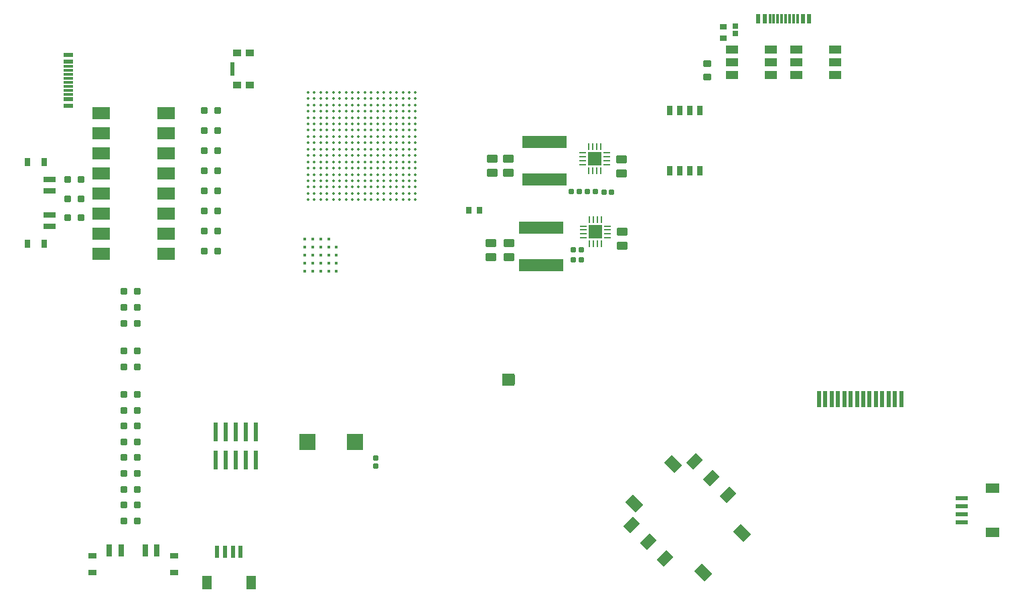
<source format=gtp>
G04*
G04 #@! TF.GenerationSoftware,Altium Limited,Altium Designer,23.11.1 (41)*
G04*
G04 Layer_Color=8421504*
%FSLAX44Y44*%
%MOMM*%
G71*
G04*
G04 #@! TF.SameCoordinates,077C3239-A6FD-4C8A-B69B-129F227AD62B*
G04*
G04*
G04 #@! TF.FilePolarity,Positive*
G04*
G01*
G75*
%ADD23R,1.6000X1.6000*%
%ADD24R,1.5000X0.7000*%
%ADD25R,0.8000X1.0000*%
%ADD26R,0.5001X2.0000*%
%ADD27R,2.1600X1.5200*%
G04:AMPARAMS|DCode=28|XSize=0.8mm|YSize=0.8mm|CornerRadius=0.1mm|HoleSize=0mm|Usage=FLASHONLY|Rotation=180.000|XOffset=0mm|YOffset=0mm|HoleType=Round|Shape=RoundedRectangle|*
%AMROUNDEDRECTD28*
21,1,0.8000,0.6000,0,0,180.0*
21,1,0.6000,0.8000,0,0,180.0*
1,1,0.2000,-0.3000,0.3000*
1,1,0.2000,0.3000,0.3000*
1,1,0.2000,0.3000,-0.3000*
1,1,0.2000,-0.3000,-0.3000*
%
%ADD28ROUNDEDRECTD28*%
%ADD29C,0.3500*%
%ADD30R,1.5000X1.0000*%
%ADD31R,0.6000X1.1500*%
%ADD32R,0.6400X0.6400*%
%ADD33R,0.9500X0.7500*%
%ADD34R,0.7600X1.2700*%
%ADD35R,1.8000X1.8000*%
%ADD36O,0.9000X0.2500*%
G04:AMPARAMS|DCode=37|XSize=1.4mm|YSize=1mm|CornerRadius=0.125mm|HoleSize=0mm|Usage=FLASHONLY|Rotation=0.000|XOffset=0mm|YOffset=0mm|HoleType=Round|Shape=RoundedRectangle|*
%AMROUNDEDRECTD37*
21,1,1.4000,0.7500,0,0,0.0*
21,1,1.1500,1.0000,0,0,0.0*
1,1,0.2500,0.5750,-0.3750*
1,1,0.2500,-0.5750,-0.3750*
1,1,0.2500,-0.5750,0.3750*
1,1,0.2500,0.5750,0.3750*
%
%ADD37ROUNDEDRECTD37*%
%ADD38O,0.2500X0.9000*%
%ADD39R,1.5500X0.6000*%
G04:AMPARAMS|DCode=40|XSize=1.9mm|YSize=1.4mm|CornerRadius=0mm|HoleSize=0mm|Usage=FLASHONLY|Rotation=135.000|XOffset=0mm|YOffset=0mm|HoleType=Round|Shape=Rectangle|*
%AMROTATEDRECTD40*
4,1,4,1.1667,-0.1768,0.1768,-1.1667,-1.1667,0.1768,-0.1768,1.1667,1.1667,-0.1768,0.0*
%
%ADD40ROTATEDRECTD40*%

G04:AMPARAMS|DCode=41|XSize=0.6mm|YSize=0.6mm|CornerRadius=0.06mm|HoleSize=0mm|Usage=FLASHONLY|Rotation=90.000|XOffset=0mm|YOffset=0mm|HoleType=Round|Shape=RoundedRectangle|*
%AMROUNDEDRECTD41*
21,1,0.6000,0.4800,0,0,90.0*
21,1,0.4800,0.6000,0,0,90.0*
1,1,0.1200,0.2400,0.2400*
1,1,0.1200,0.2400,-0.2400*
1,1,0.1200,-0.2400,-0.2400*
1,1,0.1200,-0.2400,0.2400*
%
%ADD41ROUNDEDRECTD41*%
%ADD42R,0.7500X0.9500*%
G04:AMPARAMS|DCode=43|XSize=1.7mm|YSize=1.2mm|CornerRadius=0mm|HoleSize=0mm|Usage=FLASHONLY|Rotation=45.000|XOffset=0mm|YOffset=0mm|HoleType=Round|Shape=Rectangle|*
%AMROTATEDRECTD43*
4,1,4,-0.1768,-1.0253,-1.0253,-0.1768,0.1768,1.0253,1.0253,0.1768,-0.1768,-1.0253,0.0*
%
%ADD43ROTATEDRECTD43*%

%ADD44R,1.0000X0.9000*%
%ADD45R,0.5500X1.7000*%
%ADD46R,1.1500X0.6000*%
%ADD47R,1.0000X0.8000*%
%ADD48C,0.3700*%
%ADD49R,2.0000X2.0000*%
%ADD50R,0.6000X2.4000*%
%ADD51R,0.6000X1.5500*%
%ADD52R,0.7000X1.5000*%
%ADD53R,5.7000X1.6000*%
G04:AMPARAMS|DCode=54|XSize=0.6mm|YSize=0.6mm|CornerRadius=0.06mm|HoleSize=0mm|Usage=FLASHONLY|Rotation=180.000|XOffset=0mm|YOffset=0mm|HoleType=Round|Shape=RoundedRectangle|*
%AMROUNDEDRECTD54*
21,1,0.6000,0.4800,0,0,180.0*
21,1,0.4800,0.6000,0,0,180.0*
1,1,0.1200,-0.2400,0.2400*
1,1,0.1200,0.2400,0.2400*
1,1,0.1200,0.2400,-0.2400*
1,1,0.1200,-0.2400,-0.2400*
%
%ADD54ROUNDEDRECTD54*%
%ADD55R,0.6350X1.2700*%
%ADD56R,0.3000X1.1500*%
%ADD57R,1.8000X1.2000*%
G04:AMPARAMS|DCode=58|XSize=1mm|YSize=0.9mm|CornerRadius=0.1125mm|HoleSize=0mm|Usage=FLASHONLY|Rotation=0.000|XOffset=0mm|YOffset=0mm|HoleType=Round|Shape=RoundedRectangle|*
%AMROUNDEDRECTD58*
21,1,1.0000,0.6750,0,0,0.0*
21,1,0.7750,0.9000,0,0,0.0*
1,1,0.2250,0.3875,-0.3375*
1,1,0.2250,-0.3875,-0.3375*
1,1,0.2250,-0.3875,0.3375*
1,1,0.2250,0.3875,0.3375*
%
%ADD58ROUNDEDRECTD58*%
%ADD59R,1.2000X1.8000*%
%ADD60R,1.1500X0.3000*%
D23*
X1049599Y548640D02*
D03*
D24*
X469500Y742000D02*
D03*
Y787000D02*
D03*
Y802000D02*
D03*
Y757000D02*
D03*
D25*
X441500Y823500D02*
D03*
X462500D02*
D03*
X441500Y720500D02*
D03*
X462500D02*
D03*
D26*
X1450001Y524000D02*
D03*
X1458002D02*
D03*
X1466000D02*
D03*
X1474001D02*
D03*
X1482002D02*
D03*
X1490001D02*
D03*
X1498002D02*
D03*
X1506000D02*
D03*
X1514001D02*
D03*
X1522002D02*
D03*
X1530000D02*
D03*
X1538002D02*
D03*
X1546000D02*
D03*
X1442002D02*
D03*
D27*
X534162Y860298D02*
D03*
Y885698D02*
D03*
Y834898D02*
D03*
Y809498D02*
D03*
Y784098D02*
D03*
Y758698D02*
D03*
Y733298D02*
D03*
Y707898D02*
D03*
X616762Y809498D02*
D03*
Y707898D02*
D03*
Y758698D02*
D03*
Y834898D02*
D03*
Y784098D02*
D03*
Y885698D02*
D03*
Y860298D02*
D03*
Y733298D02*
D03*
D28*
X580000Y660000D02*
D03*
X563000D02*
D03*
X681600Y889000D02*
D03*
Y863600D02*
D03*
Y812800D02*
D03*
Y787400D02*
D03*
Y838200D02*
D03*
Y762000D02*
D03*
Y736600D02*
D03*
Y711200D02*
D03*
X563000Y620000D02*
D03*
Y640000D02*
D03*
Y585000D02*
D03*
Y565000D02*
D03*
Y530000D02*
D03*
Y510000D02*
D03*
Y430000D02*
D03*
Y470000D02*
D03*
Y490000D02*
D03*
Y450000D02*
D03*
Y370000D02*
D03*
Y390000D02*
D03*
Y410000D02*
D03*
X664600Y812800D02*
D03*
X580000Y640000D02*
D03*
Y620000D02*
D03*
Y370000D02*
D03*
X491880Y753110D02*
D03*
X508880D02*
D03*
X491880Y801370D02*
D03*
X508880D02*
D03*
X491880Y777240D02*
D03*
X508880D02*
D03*
X664600Y711200D02*
D03*
Y736600D02*
D03*
X580000Y530000D02*
D03*
Y510000D02*
D03*
Y585000D02*
D03*
Y490000D02*
D03*
Y470000D02*
D03*
Y565000D02*
D03*
Y450000D02*
D03*
Y430000D02*
D03*
Y410000D02*
D03*
Y390000D02*
D03*
X664600Y838200D02*
D03*
Y863600D02*
D03*
Y889000D02*
D03*
Y762000D02*
D03*
Y787400D02*
D03*
D29*
X860000Y840000D02*
D03*
X932000Y872000D02*
D03*
X916000Y904000D02*
D03*
X892000Y912000D02*
D03*
X908000Y880000D02*
D03*
X884000Y888000D02*
D03*
X924000Y848000D02*
D03*
X892000Y864000D02*
D03*
X876000D02*
D03*
X884000Y856000D02*
D03*
X868000D02*
D03*
X892000Y848000D02*
D03*
Y832000D02*
D03*
X884000Y840000D02*
D03*
X876000Y832000D02*
D03*
X916000Y824000D02*
D03*
X908000Y800000D02*
D03*
X884000Y824000D02*
D03*
X868000D02*
D03*
X884000Y808000D02*
D03*
X932000Y792000D02*
D03*
X900000Y776000D02*
D03*
X876000Y784000D02*
D03*
X860000Y896000D02*
D03*
X836000Y904000D02*
D03*
X852000Y872000D02*
D03*
X828000Y880000D02*
D03*
X860000Y864000D02*
D03*
X852000Y856000D02*
D03*
X844000Y864000D02*
D03*
Y848000D02*
D03*
X836000Y856000D02*
D03*
X820000D02*
D03*
X812000Y912000D02*
D03*
X804000Y888000D02*
D03*
X796000Y864000D02*
D03*
X852000Y840000D02*
D03*
X860000Y832000D02*
D03*
X836000Y840000D02*
D03*
X844000Y832000D02*
D03*
X860000Y816000D02*
D03*
X852000Y824000D02*
D03*
X836000D02*
D03*
X852000Y792000D02*
D03*
X812000Y832000D02*
D03*
X804000Y808000D02*
D03*
X828000Y800000D02*
D03*
X796000Y784000D02*
D03*
X820000Y776000D02*
D03*
X860000Y848000D02*
D03*
X868000Y840000D02*
D03*
X876000D02*
D03*
X876000Y848000D02*
D03*
X884000Y896000D02*
D03*
Y904000D02*
D03*
X924000Y776000D02*
D03*
Y784000D02*
D03*
X924000Y792000D02*
D03*
X924000Y800000D02*
D03*
Y816000D02*
D03*
Y824000D02*
D03*
X924000Y832000D02*
D03*
X932000Y776000D02*
D03*
Y784000D02*
D03*
Y800000D02*
D03*
Y808000D02*
D03*
Y816000D02*
D03*
Y824000D02*
D03*
X932000Y840000D02*
D03*
X932000Y864000D02*
D03*
X932000Y856000D02*
D03*
X916000Y776000D02*
D03*
X908000D02*
D03*
X900000Y912000D02*
D03*
X900000Y840000D02*
D03*
Y800000D02*
D03*
X876000Y776000D02*
D03*
X844000Y872000D02*
D03*
X836000Y776000D02*
D03*
X820000Y832000D02*
D03*
X812000Y864000D02*
D03*
X796000Y808000D02*
D03*
X932000Y848000D02*
D03*
X924000Y840000D02*
D03*
X916000Y912000D02*
D03*
X884000Y792000D02*
D03*
X868000Y904000D02*
D03*
Y872000D02*
D03*
X860000Y912000D02*
D03*
X836000Y896000D02*
D03*
Y816000D02*
D03*
X828000Y872000D02*
D03*
Y816000D02*
D03*
X820000Y840000D02*
D03*
Y800000D02*
D03*
X796000Y912000D02*
D03*
X916000Y832000D02*
D03*
X908000Y912000D02*
D03*
Y872000D02*
D03*
Y848000D02*
D03*
X884000Y880000D02*
D03*
X868000Y896000D02*
D03*
X852000Y904000D02*
D03*
X812000Y784000D02*
D03*
X844000Y776000D02*
D03*
X804000Y880000D02*
D03*
X796000Y872000D02*
D03*
X932000Y896000D02*
D03*
X932000Y880000D02*
D03*
X916000Y856000D02*
D03*
X908000Y904000D02*
D03*
X900000Y824000D02*
D03*
X892000Y880000D02*
D03*
X884000Y800000D02*
D03*
X876000Y880000D02*
D03*
X868000Y792000D02*
D03*
X836000Y808000D02*
D03*
X828000Y776000D02*
D03*
X820000Y888000D02*
D03*
Y872000D02*
D03*
X796000Y776000D02*
D03*
X916000Y808000D02*
D03*
X916000Y800000D02*
D03*
X884000Y872000D02*
D03*
X876000Y896000D02*
D03*
X876000Y872000D02*
D03*
X868000Y848000D02*
D03*
Y784000D02*
D03*
X828000Y856000D02*
D03*
X804000D02*
D03*
X796000D02*
D03*
Y840000D02*
D03*
Y792000D02*
D03*
X924000Y864000D02*
D03*
X908000Y896000D02*
D03*
X892000Y888000D02*
D03*
X860000Y792000D02*
D03*
X844000Y896000D02*
D03*
X836000Y792000D02*
D03*
X828000Y904000D02*
D03*
X828000Y792000D02*
D03*
X804000Y832000D02*
D03*
Y824000D02*
D03*
X924000Y912000D02*
D03*
Y904000D02*
D03*
X908000Y824000D02*
D03*
Y792000D02*
D03*
X900000Y848000D02*
D03*
X892000Y800000D02*
D03*
X868000Y888000D02*
D03*
X852000Y776000D02*
D03*
X828000Y912000D02*
D03*
X820000Y864000D02*
D03*
X812000Y896000D02*
D03*
X804000Y800000D02*
D03*
Y776000D02*
D03*
X796000Y888000D02*
D03*
X916000Y896000D02*
D03*
X900000Y904000D02*
D03*
X892000Y808000D02*
D03*
Y784000D02*
D03*
X884000Y776000D02*
D03*
X876000Y808000D02*
D03*
X868000Y912000D02*
D03*
X868000Y808000D02*
D03*
X844000Y800000D02*
D03*
X828000Y888000D02*
D03*
Y848000D02*
D03*
X820000Y824000D02*
D03*
Y792000D02*
D03*
X812000Y816000D02*
D03*
X804000Y912000D02*
D03*
X796000Y904000D02*
D03*
X804000Y848000D02*
D03*
X812000Y872000D02*
D03*
X820000Y896000D02*
D03*
X844000Y888000D02*
D03*
X852000Y912000D02*
D03*
X868000Y800000D02*
D03*
Y880000D02*
D03*
X876000Y904000D02*
D03*
X892000Y792000D02*
D03*
X892000Y872000D02*
D03*
X900000Y816000D02*
D03*
Y832000D02*
D03*
Y856000D02*
D03*
Y864000D02*
D03*
Y872000D02*
D03*
X900000Y896000D02*
D03*
X908000Y840000D02*
D03*
X916000Y784000D02*
D03*
X916000Y864000D02*
D03*
X924000Y808000D02*
D03*
Y888000D02*
D03*
X932000Y832000D02*
D03*
Y912000D02*
D03*
X924000Y872000D02*
D03*
X908000Y808000D02*
D03*
X900000Y880000D02*
D03*
X892000Y896000D02*
D03*
X884000Y784000D02*
D03*
X852000D02*
D03*
X820000Y808000D02*
D03*
X804000Y896000D02*
D03*
X924000Y896000D02*
D03*
X916000Y816000D02*
D03*
X908000Y784000D02*
D03*
X876000Y800000D02*
D03*
X852000Y888000D02*
D03*
X852000Y880000D02*
D03*
X844000Y912000D02*
D03*
X836000D02*
D03*
Y880000D02*
D03*
X828000Y840000D02*
D03*
X812000Y888000D02*
D03*
Y776000D02*
D03*
X804000Y864000D02*
D03*
X796000Y816000D02*
D03*
X916000Y840000D02*
D03*
X908000Y856000D02*
D03*
Y816000D02*
D03*
X900000Y784000D02*
D03*
X892000Y776000D02*
D03*
X852000Y816000D02*
D03*
Y800000D02*
D03*
X836000Y832000D02*
D03*
Y848000D02*
D03*
X844000Y824000D02*
D03*
Y840000D02*
D03*
Y856000D02*
D03*
X852000Y832000D02*
D03*
X860000Y824000D02*
D03*
Y856000D02*
D03*
X868000Y832000D02*
D03*
X876000Y824000D02*
D03*
X876000Y856000D02*
D03*
X884000Y832000D02*
D03*
Y848000D02*
D03*
X892000Y824000D02*
D03*
X892000Y840000D02*
D03*
X892000Y856000D02*
D03*
X828000Y824000D02*
D03*
Y784000D02*
D03*
X812000Y840000D02*
D03*
X796000Y896000D02*
D03*
Y832000D02*
D03*
X932000Y888000D02*
D03*
X900000Y888000D02*
D03*
X884000Y912000D02*
D03*
X876000Y816000D02*
D03*
X852000Y808000D02*
D03*
X844000Y792000D02*
D03*
X836000Y888000D02*
D03*
X820000Y904000D02*
D03*
Y880000D02*
D03*
Y784000D02*
D03*
X812000Y856000D02*
D03*
X812000Y800000D02*
D03*
X804000Y816000D02*
D03*
X796000Y800000D02*
D03*
X924000Y880000D02*
D03*
X916000D02*
D03*
Y792000D02*
D03*
X876000Y792000D02*
D03*
X860000Y888000D02*
D03*
Y880000D02*
D03*
Y784000D02*
D03*
X844000Y816000D02*
D03*
X836000Y800000D02*
D03*
X828000Y808000D02*
D03*
X820000Y848000D02*
D03*
X812000Y904000D02*
D03*
X804000Y792000D02*
D03*
X796000Y848000D02*
D03*
X916000D02*
D03*
X908000Y864000D02*
D03*
X900000Y792000D02*
D03*
X892000Y816000D02*
D03*
X884000D02*
D03*
X860000Y800000D02*
D03*
X828000Y896000D02*
D03*
X812000Y848000D02*
D03*
X812000Y824000D02*
D03*
X804000Y784000D02*
D03*
X796000Y880000D02*
D03*
Y824000D02*
D03*
X812000Y792000D02*
D03*
X820000Y816000D02*
D03*
X828000Y832000D02*
D03*
X836000Y784000D02*
D03*
Y864000D02*
D03*
X844000Y808000D02*
D03*
X852000Y848000D02*
D03*
X852000Y864000D02*
D03*
X860000Y776000D02*
D03*
X868000Y864000D02*
D03*
X884000D02*
D03*
X916000Y872000D02*
D03*
X900000Y808000D02*
D03*
X892000Y904000D02*
D03*
X876000Y912000D02*
D03*
Y888000D02*
D03*
X868000Y816000D02*
D03*
X868000Y776000D02*
D03*
X860000Y872000D02*
D03*
X860000Y808000D02*
D03*
X836000Y872000D02*
D03*
X828000Y864000D02*
D03*
X812000Y808000D02*
D03*
X804000Y904000D02*
D03*
X932000D02*
D03*
X924000Y856000D02*
D03*
X916000Y888000D02*
D03*
X908000D02*
D03*
Y832000D02*
D03*
X860000Y904000D02*
D03*
X852000Y896000D02*
D03*
X844000Y904000D02*
D03*
Y880000D02*
D03*
Y784000D02*
D03*
X820000Y912000D02*
D03*
X804000Y872000D02*
D03*
Y840000D02*
D03*
X812000Y880000D02*
D03*
D30*
X1462140Y949960D02*
D03*
X1380860D02*
D03*
X1413140Y965960D02*
D03*
Y949960D02*
D03*
Y933960D02*
D03*
X1462140Y965960D02*
D03*
Y933960D02*
D03*
X1380860D02*
D03*
Y965960D02*
D03*
X1331860Y933960D02*
D03*
Y949960D02*
D03*
Y965960D02*
D03*
D31*
X1429500Y1005000D02*
D03*
X1365500D02*
D03*
X1421500D02*
D03*
X1373500D02*
D03*
D32*
X1336040Y995200D02*
D03*
Y986000D02*
D03*
D33*
X1320800Y994715D02*
D03*
Y980715D02*
D03*
D34*
X1266190Y889000D02*
D03*
X1253490D02*
D03*
Y812800D02*
D03*
X1266190D02*
D03*
X1278890D02*
D03*
X1291590D02*
D03*
Y889000D02*
D03*
X1278890D02*
D03*
D35*
X1158250Y827920D02*
D03*
X1159510Y735330D02*
D03*
D36*
X1143000Y835420D02*
D03*
Y830420D02*
D03*
Y825420D02*
D03*
X1144260Y742830D02*
D03*
Y737830D02*
D03*
Y732830D02*
D03*
X1173500Y835420D02*
D03*
Y830420D02*
D03*
Y825420D02*
D03*
Y820420D02*
D03*
X1143000D02*
D03*
X1174760Y742830D02*
D03*
Y737830D02*
D03*
Y732830D02*
D03*
Y727830D02*
D03*
X1144260D02*
D03*
D37*
X1192530Y808990D02*
D03*
X1028590Y828150D02*
D03*
X1048910D02*
D03*
X1193000Y718000D02*
D03*
X1050290Y721470D02*
D03*
X1027430D02*
D03*
X1028590Y810150D02*
D03*
X1048910D02*
D03*
X1192530Y826990D02*
D03*
X1050290Y703470D02*
D03*
X1027430D02*
D03*
X1193000Y736000D02*
D03*
D38*
X1150750Y812670D02*
D03*
X1152010Y720080D02*
D03*
X1150750Y843170D02*
D03*
X1155750D02*
D03*
X1160750D02*
D03*
X1165750D02*
D03*
Y812670D02*
D03*
X1160750D02*
D03*
X1155750D02*
D03*
X1152010Y750580D02*
D03*
X1157010D02*
D03*
X1162010D02*
D03*
X1167010D02*
D03*
Y720080D02*
D03*
X1162010D02*
D03*
X1157010D02*
D03*
D39*
X1622410Y368600D02*
D03*
Y378600D02*
D03*
Y398600D02*
D03*
Y388600D02*
D03*
D40*
X1344897Y354297D02*
D03*
X1295400Y304800D02*
D03*
X1257570Y441625D02*
D03*
X1208072Y392128D02*
D03*
D41*
X1159385Y786266D02*
D03*
X1131650Y699770D02*
D03*
X1170000Y786000D02*
D03*
X1180000D02*
D03*
X1139110Y786130D02*
D03*
X1129110D02*
D03*
X1149385Y786266D02*
D03*
X1131650Y712470D02*
D03*
X1141650Y699770D02*
D03*
Y712470D02*
D03*
D42*
X999000Y763000D02*
D03*
X1013000D02*
D03*
D43*
X1305830Y423771D02*
D03*
X1225927Y343868D02*
D03*
X1247140Y322654D02*
D03*
X1327043Y402557D02*
D03*
X1204714Y365081D02*
D03*
X1284617Y444984D02*
D03*
D44*
X722756Y961824D02*
D03*
Y920824D02*
D03*
X706756D02*
D03*
Y961824D02*
D03*
D45*
X700506Y941324D02*
D03*
D46*
X493100Y959100D02*
D03*
Y895100D02*
D03*
Y903100D02*
D03*
Y951100D02*
D03*
D47*
X523500Y325500D02*
D03*
Y304500D02*
D03*
X626500Y325500D02*
D03*
Y304500D02*
D03*
D48*
X812000Y726000D02*
D03*
X822000Y706000D02*
D03*
X792000Y686000D02*
D03*
X832000Y716000D02*
D03*
Y686000D02*
D03*
X822000Y696000D02*
D03*
Y686000D02*
D03*
X812000Y716000D02*
D03*
Y686000D02*
D03*
X802000Y726000D02*
D03*
X792000D02*
D03*
Y696000D02*
D03*
Y716000D02*
D03*
X802000Y706000D02*
D03*
X792000D02*
D03*
X832000D02*
D03*
X802000Y686000D02*
D03*
X812000Y706000D02*
D03*
X822000Y716000D02*
D03*
X802000Y696000D02*
D03*
X832000D02*
D03*
X822000Y726000D02*
D03*
X812000Y696000D02*
D03*
X802000Y716000D02*
D03*
D49*
X795500Y469900D02*
D03*
X855500D02*
D03*
D50*
X717550Y482600D02*
D03*
X704850D02*
D03*
X679450D02*
D03*
X692150Y446600D02*
D03*
X704850D02*
D03*
X679450D02*
D03*
X730250D02*
D03*
Y482600D02*
D03*
X717550Y446600D02*
D03*
X692150Y482600D02*
D03*
D51*
X680900Y330850D02*
D03*
X690900D02*
D03*
X710900D02*
D03*
X700900D02*
D03*
D52*
X590000Y332500D02*
D03*
X605000D02*
D03*
X560000D02*
D03*
X545000D02*
D03*
D53*
X1094740Y802000D02*
D03*
Y849000D02*
D03*
X1090930Y693376D02*
D03*
Y740376D02*
D03*
D54*
X881380Y449500D02*
D03*
Y439500D02*
D03*
D55*
X1046480Y548640D02*
D03*
X1054718D02*
D03*
D56*
X1415000Y1005000D02*
D03*
X1410000D02*
D03*
X1405000D02*
D03*
X1400000D02*
D03*
X1395000D02*
D03*
X1390000D02*
D03*
X1385000D02*
D03*
X1380000D02*
D03*
D57*
X1661160Y411600D02*
D03*
Y355600D02*
D03*
D58*
X1300480Y931300D02*
D03*
Y948300D02*
D03*
D59*
X723900Y292100D02*
D03*
X667900D02*
D03*
D60*
X493100Y909600D02*
D03*
Y914600D02*
D03*
Y919600D02*
D03*
Y924600D02*
D03*
Y929600D02*
D03*
Y934600D02*
D03*
Y939600D02*
D03*
Y944600D02*
D03*
M02*

</source>
